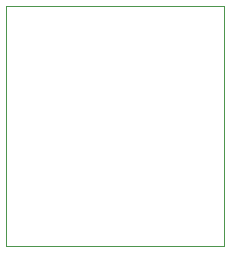
<source format=gm1>
G04 #@! TF.FileFunction,Profile,NP*
%FSLAX46Y46*%
G04 Gerber Fmt 4.6, Leading zero omitted, Abs format (unit mm)*
G04 Created by KiCad (PCBNEW (2015-07-01 BZR 5850, Git 51c0ae3)-product) date 07/10/2015 23:59:39*
%MOMM*%
G01*
G04 APERTURE LIST*
%ADD10C,0.100000*%
G04 APERTURE END LIST*
D10*
X143370000Y-94220000D02*
X143370000Y-94490000D01*
X143370000Y-95170000D02*
X143370000Y-94220000D01*
X143370000Y-93880000D02*
X143370000Y-95170000D01*
X161850000Y-93880000D02*
X143370000Y-93880000D01*
X161850000Y-114190000D02*
X161850000Y-93880000D01*
X143370000Y-114190000D02*
X161850000Y-114190000D01*
X143370000Y-94150000D02*
X143370000Y-114190000D01*
M02*

</source>
